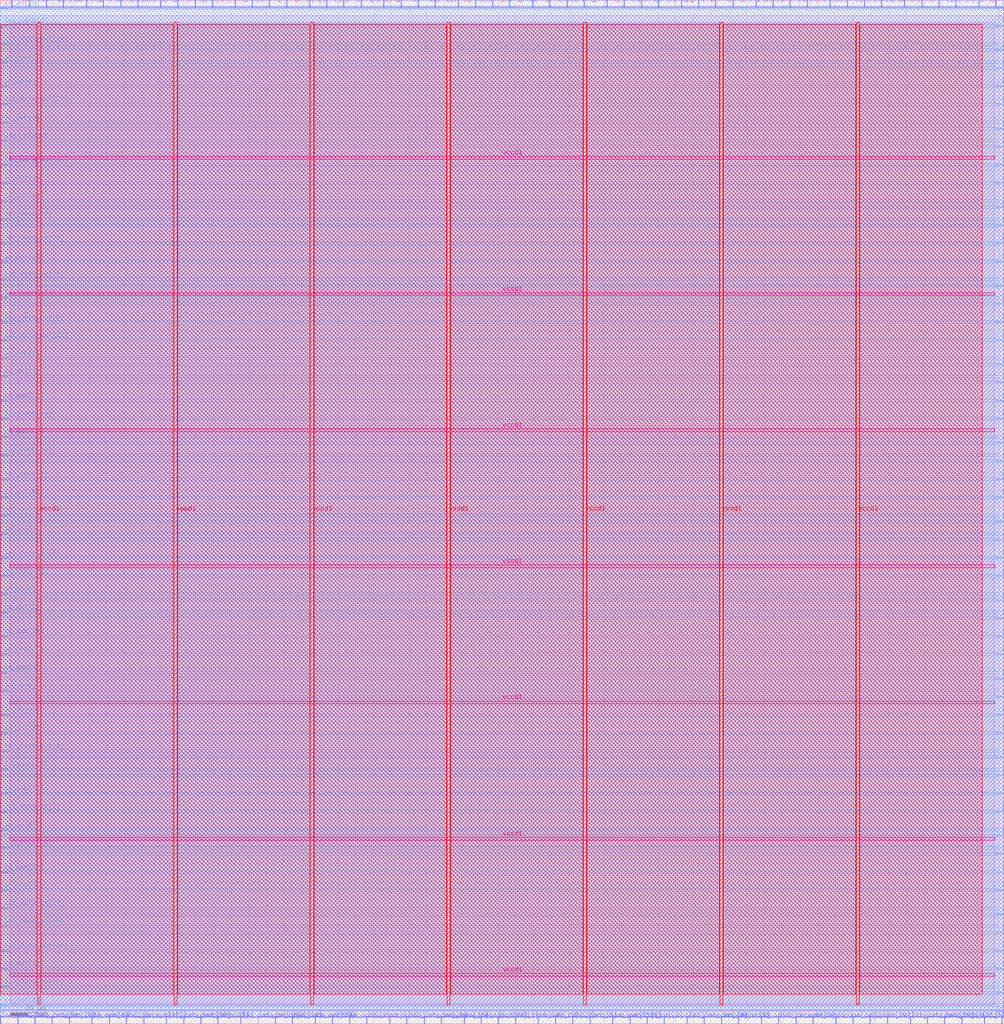
<source format=lef>
VERSION 5.7 ;
  NOWIREEXTENSIONATPIN ON ;
  DIVIDERCHAR "/" ;
  BUSBITCHARS "[]" ;
MACRO wrapped_ibnalhaytham
  CLASS BLOCK ;
  FOREIGN wrapped_ibnalhaytham ;
  ORIGIN 0.000 0.000 ;
  SIZE 565.050 BY 575.770 ;
  PIN active
    DIRECTION INPUT ;
    USE SIGNAL ;
    PORT
      LAYER met2 ;
        RECT 186.850 0.000 187.130 4.000 ;
    END
  END active
  PIN io_in[0]
    DIRECTION INPUT ;
    USE SIGNAL ;
    PORT
      LAYER met3 ;
        RECT 0.000 527.040 4.000 527.640 ;
    END
  END io_in[0]
  PIN io_in[10]
    DIRECTION INPUT ;
    USE SIGNAL ;
    PORT
      LAYER met3 ;
        RECT 0.000 295.840 4.000 296.440 ;
    END
  END io_in[10]
  PIN io_in[11]
    DIRECTION INPUT ;
    USE SIGNAL ;
    PORT
      LAYER met3 ;
        RECT 561.050 251.640 565.050 252.240 ;
    END
  END io_in[11]
  PIN io_in[12]
    DIRECTION INPUT ;
    USE SIGNAL ;
    PORT
      LAYER met3 ;
        RECT 0.000 285.640 4.000 286.240 ;
    END
  END io_in[12]
  PIN io_in[13]
    DIRECTION INPUT ;
    USE SIGNAL ;
    PORT
      LAYER met3 ;
        RECT 561.050 183.640 565.050 184.240 ;
    END
  END io_in[13]
  PIN io_in[14]
    DIRECTION INPUT ;
    USE SIGNAL ;
    PORT
      LAYER met3 ;
        RECT 0.000 363.840 4.000 364.440 ;
    END
  END io_in[14]
  PIN io_in[15]
    DIRECTION INPUT ;
    USE SIGNAL ;
    PORT
      LAYER met2 ;
        RECT 132.110 571.770 132.390 575.770 ;
    END
  END io_in[15]
  PIN io_in[16]
    DIRECTION INPUT ;
    USE SIGNAL ;
    PORT
      LAYER met3 ;
        RECT 561.050 516.840 565.050 517.440 ;
    END
  END io_in[16]
  PIN io_in[17]
    DIRECTION INPUT ;
    USE SIGNAL ;
    PORT
      LAYER met3 ;
        RECT 561.050 61.240 565.050 61.840 ;
    END
  END io_in[17]
  PIN io_in[18]
    DIRECTION INPUT ;
    USE SIGNAL ;
    PORT
      LAYER met2 ;
        RECT 270.570 0.000 270.850 4.000 ;
    END
  END io_in[18]
  PIN io_in[19]
    DIRECTION INPUT ;
    USE SIGNAL ;
    PORT
      LAYER met2 ;
        RECT 428.350 0.000 428.630 4.000 ;
    END
  END io_in[19]
  PIN io_in[1]
    DIRECTION INPUT ;
    USE SIGNAL ;
    PORT
      LAYER met2 ;
        RECT 354.290 0.000 354.570 4.000 ;
    END
  END io_in[1]
  PIN io_in[20]
    DIRECTION INPUT ;
    USE SIGNAL ;
    PORT
      LAYER met2 ;
        RECT 479.870 0.000 480.150 4.000 ;
    END
  END io_in[20]
  PIN io_in[21]
    DIRECTION INPUT ;
    USE SIGNAL ;
    PORT
      LAYER met2 ;
        RECT 541.050 0.000 541.330 4.000 ;
    END
  END io_in[21]
  PIN io_in[22]
    DIRECTION INPUT ;
    USE SIGNAL ;
    PORT
      LAYER met2 ;
        RECT 67.710 571.770 67.990 575.770 ;
    END
  END io_in[22]
  PIN io_in[23]
    DIRECTION INPUT ;
    USE SIGNAL ;
    PORT
      LAYER met2 ;
        RECT 486.310 571.770 486.590 575.770 ;
    END
  END io_in[23]
  PIN io_in[24]
    DIRECTION INPUT ;
    USE SIGNAL ;
    PORT
      LAYER met2 ;
        RECT 99.910 571.770 100.190 575.770 ;
    END
  END io_in[24]
  PIN io_in[25]
    DIRECTION INPUT ;
    USE SIGNAL ;
    PORT
      LAYER met3 ;
        RECT 0.000 571.240 4.000 571.840 ;
    END
  END io_in[25]
  PIN io_in[26]
    DIRECTION INPUT ;
    USE SIGNAL ;
    PORT
      LAYER met3 ;
        RECT 561.050 173.440 565.050 174.040 ;
    END
  END io_in[26]
  PIN io_in[27]
    DIRECTION INPUT ;
    USE SIGNAL ;
    PORT
      LAYER met2 ;
        RECT 425.130 571.770 425.410 575.770 ;
    END
  END io_in[27]
  PIN io_in[28]
    DIRECTION INPUT ;
    USE SIGNAL ;
    PORT
      LAYER met2 ;
        RECT 119.230 571.770 119.510 575.770 ;
    END
  END io_in[28]
  PIN io_in[29]
    DIRECTION INPUT ;
    USE SIGNAL ;
    PORT
      LAYER met2 ;
        RECT 309.210 571.770 309.490 575.770 ;
    END
  END io_in[29]
  PIN io_in[2]
    DIRECTION INPUT ;
    USE SIGNAL ;
    PORT
      LAYER met2 ;
        RECT 415.470 0.000 415.750 4.000 ;
    END
  END io_in[2]
  PIN io_in[30]
    DIRECTION INPUT ;
    USE SIGNAL ;
    PORT
      LAYER met3 ;
        RECT 0.000 163.240 4.000 163.840 ;
    END
  END io_in[30]
  PIN io_in[31]
    DIRECTION INPUT ;
    USE SIGNAL ;
    PORT
      LAYER met3 ;
        RECT 0.000 173.440 4.000 174.040 ;
    END
  END io_in[31]
  PIN io_in[32]
    DIRECTION INPUT ;
    USE SIGNAL ;
    PORT
      LAYER met2 ;
        RECT 154.650 0.000 154.930 4.000 ;
    END
  END io_in[32]
  PIN io_in[33]
    DIRECTION INPUT ;
    USE SIGNAL ;
    PORT
      LAYER met2 ;
        RECT 363.950 0.000 364.230 4.000 ;
    END
  END io_in[33]
  PIN io_in[34]
    DIRECTION INPUT ;
    USE SIGNAL ;
    PORT
      LAYER met2 ;
        RECT 328.530 571.770 328.810 575.770 ;
    END
  END io_in[34]
  PIN io_in[35]
    DIRECTION INPUT ;
    USE SIGNAL ;
    PORT
      LAYER met2 ;
        RECT 109.570 571.770 109.850 575.770 ;
    END
  END io_in[35]
  PIN io_in[36]
    DIRECTION INPUT ;
    USE SIGNAL ;
    PORT
      LAYER met3 ;
        RECT 561.050 493.040 565.050 493.640 ;
    END
  END io_in[36]
  PIN io_in[37]
    DIRECTION INPUT ;
    USE SIGNAL ;
    PORT
      LAYER met3 ;
        RECT 561.050 340.040 565.050 340.640 ;
    END
  END io_in[37]
  PIN io_in[3]
    DIRECTION INPUT ;
    USE SIGNAL ;
    PORT
      LAYER met2 ;
        RECT 495.970 571.770 496.250 575.770 ;
    END
  END io_in[3]
  PIN io_in[4]
    DIRECTION INPUT ;
    USE SIGNAL ;
    PORT
      LAYER met2 ;
        RECT 560.370 571.770 560.650 575.770 ;
    END
  END io_in[4]
  PIN io_in[5]
    DIRECTION INPUT ;
    USE SIGNAL ;
    PORT
      LAYER met3 ;
        RECT 0.000 187.040 4.000 187.640 ;
    END
  END io_in[5]
  PIN io_in[6]
    DIRECTION INPUT ;
    USE SIGNAL ;
    PORT
      LAYER met3 ;
        RECT 0.000 275.440 4.000 276.040 ;
    END
  END io_in[6]
  PIN io_in[7]
    DIRECTION INPUT ;
    USE SIGNAL ;
    PORT
      LAYER met2 ;
        RECT 383.270 571.770 383.550 575.770 ;
    END
  END io_in[7]
  PIN io_in[8]
    DIRECTION INPUT ;
    USE SIGNAL ;
    PORT
      LAYER met3 ;
        RECT 0.000 241.440 4.000 242.040 ;
    END
  END io_in[8]
  PIN io_in[9]
    DIRECTION INPUT ;
    USE SIGNAL ;
    PORT
      LAYER met3 ;
        RECT 0.000 108.840 4.000 109.440 ;
    END
  END io_in[9]
  PIN io_oeb[0]
    DIRECTION INOUT ;
    USE SIGNAL ;
    PORT
      LAYER met2 ;
        RECT 257.690 571.770 257.970 575.770 ;
    END
  END io_oeb[0]
  PIN io_oeb[10]
    DIRECTION INOUT ;
    USE SIGNAL ;
    PORT
      LAYER met2 ;
        RECT 447.670 0.000 447.950 4.000 ;
    END
  END io_oeb[10]
  PIN io_oeb[11]
    DIRECTION INOUT ;
    USE SIGNAL ;
    PORT
      LAYER met2 ;
        RECT 280.230 0.000 280.510 4.000 ;
    END
  END io_oeb[11]
  PIN io_oeb[12]
    DIRECTION INOUT ;
    USE SIGNAL ;
    PORT
      LAYER met3 ;
        RECT 561.050 360.440 565.050 361.040 ;
    END
  END io_oeb[12]
  PIN io_oeb[13]
    DIRECTION INOUT ;
    USE SIGNAL ;
    PORT
      LAYER met2 ;
        RECT 302.770 0.000 303.050 4.000 ;
    END
  END io_oeb[13]
  PIN io_oeb[14]
    DIRECTION INOUT ;
    USE SIGNAL ;
    PORT
      LAYER met3 ;
        RECT 0.000 217.640 4.000 218.240 ;
    END
  END io_oeb[14]
  PIN io_oeb[15]
    DIRECTION INOUT ;
    USE SIGNAL ;
    PORT
      LAYER met2 ;
        RECT 177.190 0.000 177.470 4.000 ;
    END
  END io_oeb[15]
  PIN io_oeb[16]
    DIRECTION INOUT ;
    USE SIGNAL ;
    PORT
      LAYER met2 ;
        RECT 151.430 571.770 151.710 575.770 ;
    END
  END io_oeb[16]
  PIN io_oeb[17]
    DIRECTION INOUT ;
    USE SIGNAL ;
    PORT
      LAYER met3 ;
        RECT 561.050 40.840 565.050 41.440 ;
    END
  END io_oeb[17]
  PIN io_oeb[18]
    DIRECTION INOUT ;
    USE SIGNAL ;
    PORT
      LAYER met2 ;
        RECT 77.370 571.770 77.650 575.770 ;
    END
  END io_oeb[18]
  PIN io_oeb[19]
    DIRECTION INOUT ;
    USE SIGNAL ;
    PORT
      LAYER met3 ;
        RECT 0.000 85.040 4.000 85.640 ;
    END
  END io_oeb[19]
  PIN io_oeb[1]
    DIRECTION INOUT ;
    USE SIGNAL ;
    PORT
      LAYER met3 ;
        RECT 561.050 370.640 565.050 371.240 ;
    END
  END io_oeb[1]
  PIN io_oeb[20]
    DIRECTION INOUT ;
    USE SIGNAL ;
    PORT
      LAYER met2 ;
        RECT 457.330 0.000 457.610 4.000 ;
    END
  END io_oeb[20]
  PIN io_oeb[21]
    DIRECTION INOUT ;
    USE SIGNAL ;
    PORT
      LAYER met3 ;
        RECT 561.050 547.440 565.050 548.040 ;
    END
  END io_oeb[21]
  PIN io_oeb[22]
    DIRECTION INOUT ;
    USE SIGNAL ;
    PORT
      LAYER met3 ;
        RECT 0.000 350.240 4.000 350.840 ;
    END
  END io_oeb[22]
  PIN io_oeb[23]
    DIRECTION INOUT ;
    USE SIGNAL ;
    PORT
      LAYER met2 ;
        RECT 61.270 0.000 61.550 4.000 ;
    END
  END io_oeb[23]
  PIN io_oeb[24]
    DIRECTION INOUT ;
    USE SIGNAL ;
    PORT
      LAYER met2 ;
        RECT 277.010 571.770 277.290 575.770 ;
    END
  END io_oeb[24]
  PIN io_oeb[25]
    DIRECTION INOUT ;
    USE SIGNAL ;
    PORT
      LAYER met3 ;
        RECT 561.050 163.240 565.050 163.840 ;
    END
  END io_oeb[25]
  PIN io_oeb[26]
    DIRECTION INOUT ;
    USE SIGNAL ;
    PORT
      LAYER met2 ;
        RECT 553.930 0.000 554.210 4.000 ;
    END
  END io_oeb[26]
  PIN io_oeb[27]
    DIRECTION INOUT ;
    USE SIGNAL ;
    PORT
      LAYER met3 ;
        RECT 561.050 459.040 565.050 459.640 ;
    END
  END io_oeb[27]
  PIN io_oeb[28]
    DIRECTION INOUT ;
    USE SIGNAL ;
    PORT
      LAYER met3 ;
        RECT 561.050 571.240 565.050 571.840 ;
    END
  END io_oeb[28]
  PIN io_oeb[29]
    DIRECTION INOUT ;
    USE SIGNAL ;
    PORT
      LAYER met2 ;
        RECT 489.530 0.000 489.810 4.000 ;
    END
  END io_oeb[29]
  PIN io_oeb[2]
    DIRECTION INOUT ;
    USE SIGNAL ;
    PORT
      LAYER met3 ;
        RECT 561.050 384.240 565.050 384.840 ;
    END
  END io_oeb[2]
  PIN io_oeb[30]
    DIRECTION INOUT ;
    USE SIGNAL ;
    PORT
      LAYER met3 ;
        RECT 561.050 261.840 565.050 262.440 ;
    END
  END io_oeb[30]
  PIN io_oeb[31]
    DIRECTION INOUT ;
    USE SIGNAL ;
    PORT
      LAYER met2 ;
        RECT 318.870 571.770 319.150 575.770 ;
    END
  END io_oeb[31]
  PIN io_oeb[32]
    DIRECTION INOUT ;
    USE SIGNAL ;
    PORT
      LAYER met3 ;
        RECT 561.050 306.040 565.050 306.640 ;
    END
  END io_oeb[32]
  PIN io_oeb[33]
    DIRECTION INOUT ;
    USE SIGNAL ;
    PORT
      LAYER met3 ;
        RECT 0.000 207.440 4.000 208.040 ;
    END
  END io_oeb[33]
  PIN io_oeb[34]
    DIRECTION INOUT ;
    USE SIGNAL ;
    PORT
      LAYER met2 ;
        RECT 202.950 571.770 203.230 575.770 ;
    END
  END io_oeb[34]
  PIN io_oeb[35]
    DIRECTION INOUT ;
    USE SIGNAL ;
    PORT
      LAYER met2 ;
        RECT 286.670 571.770 286.950 575.770 ;
    END
  END io_oeb[35]
  PIN io_oeb[36]
    DIRECTION INOUT ;
    USE SIGNAL ;
    PORT
      LAYER met3 ;
        RECT 0.000 251.640 4.000 252.240 ;
    END
  END io_oeb[36]
  PIN io_oeb[37]
    DIRECTION INOUT ;
    USE SIGNAL ;
    PORT
      LAYER met3 ;
        RECT 0.000 129.240 4.000 129.840 ;
    END
  END io_oeb[37]
  PIN io_oeb[3]
    DIRECTION INOUT ;
    USE SIGNAL ;
    PORT
      LAYER met3 ;
        RECT 0.000 506.640 4.000 507.240 ;
    END
  END io_oeb[3]
  PIN io_oeb[4]
    DIRECTION INOUT ;
    USE SIGNAL ;
    PORT
      LAYER met3 ;
        RECT 0.000 197.240 4.000 197.840 ;
    END
  END io_oeb[4]
  PIN io_oeb[5]
    DIRECTION INOUT ;
    USE SIGNAL ;
    PORT
      LAYER met3 ;
        RECT 561.050 17.040 565.050 17.640 ;
    END
  END io_oeb[5]
  PIN io_oeb[6]
    DIRECTION INOUT ;
    USE SIGNAL ;
    PORT
      LAYER met3 ;
        RECT 0.000 374.040 4.000 374.640 ;
    END
  END io_oeb[6]
  PIN io_oeb[7]
    DIRECTION INOUT ;
    USE SIGNAL ;
    PORT
      LAYER met3 ;
        RECT 561.050 217.640 565.050 218.240 ;
    END
  END io_oeb[7]
  PIN io_oeb[8]
    DIRECTION INOUT ;
    USE SIGNAL ;
    PORT
      LAYER met2 ;
        RECT 141.770 571.770 142.050 575.770 ;
    END
  END io_oeb[8]
  PIN io_oeb[9]
    DIRECTION INOUT ;
    USE SIGNAL ;
    PORT
      LAYER met2 ;
        RECT 51.610 0.000 51.890 4.000 ;
    END
  END io_oeb[9]
  PIN io_out[0]
    DIRECTION INOUT ;
    USE SIGNAL ;
    PORT
      LAYER met2 ;
        RECT 122.450 0.000 122.730 4.000 ;
    END
  END io_out[0]
  PIN io_out[10]
    DIRECTION INOUT ;
    USE SIGNAL ;
    PORT
      LAYER met2 ;
        RECT 466.990 571.770 467.270 575.770 ;
    END
  END io_out[10]
  PIN io_out[11]
    DIRECTION INOUT ;
    USE SIGNAL ;
    PORT
      LAYER met3 ;
        RECT 561.050 326.440 565.050 327.040 ;
    END
  END io_out[11]
  PIN io_out[12]
    DIRECTION INOUT ;
    USE SIGNAL ;
    PORT
      LAYER met3 ;
        RECT 0.000 30.640 4.000 31.240 ;
    END
  END io_out[12]
  PIN io_out[13]
    DIRECTION INOUT ;
    USE SIGNAL ;
    PORT
      LAYER met3 ;
        RECT 0.000 74.840 4.000 75.440 ;
    END
  END io_out[13]
  PIN io_out[14]
    DIRECTION INOUT ;
    USE SIGNAL ;
    PORT
      LAYER met2 ;
        RECT 470.210 0.000 470.490 4.000 ;
    END
  END io_out[14]
  PIN io_out[15]
    DIRECTION INOUT ;
    USE SIGNAL ;
    PORT
      LAYER met3 ;
        RECT 0.000 428.440 4.000 429.040 ;
    END
  END io_out[15]
  PIN io_out[16]
    DIRECTION INOUT ;
    USE SIGNAL ;
    PORT
      LAYER met3 ;
        RECT 0.000 472.640 4.000 473.240 ;
    END
  END io_out[16]
  PIN io_out[17]
    DIRECTION INOUT ;
    USE SIGNAL ;
    PORT
      LAYER met3 ;
        RECT 561.050 316.240 565.050 316.840 ;
    END
  END io_out[17]
  PIN io_out[18]
    DIRECTION INOUT ;
    USE SIGNAL ;
    PORT
      LAYER met2 ;
        RECT 161.090 571.770 161.370 575.770 ;
    END
  END io_out[18]
  PIN io_out[19]
    DIRECTION INOUT ;
    USE SIGNAL ;
    PORT
      LAYER met3 ;
        RECT 561.050 472.640 565.050 473.240 ;
    END
  END io_out[19]
  PIN io_out[1]
    DIRECTION INOUT ;
    USE SIGNAL ;
    PORT
      LAYER met3 ;
        RECT 561.050 207.440 565.050 208.040 ;
    END
  END io_out[1]
  PIN io_out[20]
    DIRECTION INOUT ;
    USE SIGNAL ;
    PORT
      LAYER met2 ;
        RECT 499.190 0.000 499.470 4.000 ;
    END
  END io_out[20]
  PIN io_out[21]
    DIRECTION INOUT ;
    USE SIGNAL ;
    PORT
      LAYER met2 ;
        RECT 454.110 571.770 454.390 575.770 ;
    END
  END io_out[21]
  PIN io_out[22]
    DIRECTION INOUT ;
    USE SIGNAL ;
    PORT
      LAYER met3 ;
        RECT 0.000 462.440 4.000 463.040 ;
    END
  END io_out[22]
  PIN io_out[23]
    DIRECTION INOUT ;
    USE SIGNAL ;
    PORT
      LAYER met2 ;
        RECT 373.610 0.000 373.890 4.000 ;
    END
  END io_out[23]
  PIN io_out[24]
    DIRECTION INOUT ;
    USE SIGNAL ;
    PORT
      LAYER met3 ;
        RECT 0.000 10.240 4.000 10.840 ;
    END
  END io_out[24]
  PIN io_out[25]
    DIRECTION INOUT ;
    USE SIGNAL ;
    PORT
      LAYER met2 ;
        RECT 312.430 0.000 312.710 4.000 ;
    END
  END io_out[25]
  PIN io_out[26]
    DIRECTION INOUT ;
    USE SIGNAL ;
    PORT
      LAYER met2 ;
        RECT 412.250 571.770 412.530 575.770 ;
    END
  END io_out[26]
  PIN io_out[27]
    DIRECTION INOUT ;
    USE SIGNAL ;
    PORT
      LAYER met2 ;
        RECT 341.410 571.770 341.690 575.770 ;
    END
  END io_out[27]
  PIN io_out[28]
    DIRECTION INOUT ;
    USE SIGNAL ;
    PORT
      LAYER met2 ;
        RECT 434.790 571.770 435.070 575.770 ;
    END
  END io_out[28]
  PIN io_out[29]
    DIRECTION INOUT ;
    USE SIGNAL ;
    PORT
      LAYER met2 ;
        RECT 196.510 0.000 196.790 4.000 ;
    END
  END io_out[29]
  PIN io_out[2]
    DIRECTION INOUT ;
    USE SIGNAL ;
    PORT
      LAYER met3 ;
        RECT 561.050 30.640 565.050 31.240 ;
    END
  END io_out[2]
  PIN io_out[30]
    DIRECTION INOUT ;
    USE SIGNAL ;
    PORT
      LAYER met2 ;
        RECT 80.590 0.000 80.870 4.000 ;
    END
  END io_out[30]
  PIN io_out[31]
    DIRECTION INOUT ;
    USE SIGNAL ;
    PORT
      LAYER met3 ;
        RECT 0.000 329.840 4.000 330.440 ;
    END
  END io_out[31]
  PIN io_out[32]
    DIRECTION INOUT ;
    USE SIGNAL ;
    PORT
      LAYER met2 ;
        RECT 518.510 571.770 518.790 575.770 ;
    END
  END io_out[32]
  PIN io_out[33]
    DIRECTION INOUT ;
    USE SIGNAL ;
    PORT
      LAYER met3 ;
        RECT 0.000 540.640 4.000 541.240 ;
    END
  END io_out[33]
  PIN io_out[34]
    DIRECTION INOUT ;
    USE SIGNAL ;
    PORT
      LAYER met3 ;
        RECT 561.050 85.040 565.050 85.640 ;
    END
  END io_out[34]
  PIN io_out[35]
    DIRECTION INOUT ;
    USE SIGNAL ;
    PORT
      LAYER met3 ;
        RECT 561.050 482.840 565.050 483.440 ;
    END
  END io_out[35]
  PIN io_out[36]
    DIRECTION INOUT ;
    USE SIGNAL ;
    PORT
      LAYER met3 ;
        RECT 561.050 448.840 565.050 449.440 ;
    END
  END io_out[36]
  PIN io_out[37]
    DIRECTION INOUT ;
    USE SIGNAL ;
    PORT
      LAYER met2 ;
        RECT 173.970 571.770 174.250 575.770 ;
    END
  END io_out[37]
  PIN io_out[3]
    DIRECTION INOUT ;
    USE SIGNAL ;
    PORT
      LAYER met3 ;
        RECT 561.050 527.040 565.050 527.640 ;
    END
  END io_out[3]
  PIN io_out[4]
    DIRECTION INOUT ;
    USE SIGNAL ;
    PORT
      LAYER met2 ;
        RECT 370.390 571.770 370.670 575.770 ;
    END
  END io_out[4]
  PIN io_out[5]
    DIRECTION INOUT ;
    USE SIGNAL ;
    PORT
      LAYER met3 ;
        RECT 561.050 350.240 565.050 350.840 ;
    END
  END io_out[5]
  PIN io_out[6]
    DIRECTION INOUT ;
    USE SIGNAL ;
    PORT
      LAYER met3 ;
        RECT 561.050 438.640 565.050 439.240 ;
    END
  END io_out[6]
  PIN io_out[7]
    DIRECTION INOUT ;
    USE SIGNAL ;
    PORT
      LAYER met2 ;
        RECT 537.830 571.770 538.110 575.770 ;
    END
  END io_out[7]
  PIN io_out[8]
    DIRECTION INOUT ;
    USE SIGNAL ;
    PORT
      LAYER met3 ;
        RECT 0.000 231.240 4.000 231.840 ;
    END
  END io_out[8]
  PIN io_out[9]
    DIRECTION INOUT ;
    USE SIGNAL ;
    PORT
      LAYER met2 ;
        RECT 219.050 0.000 219.330 4.000 ;
    END
  END io_out[9]
  PIN la1_data_in[0]
    DIRECTION INPUT ;
    USE SIGNAL ;
    PORT
      LAYER met3 ;
        RECT 561.050 119.040 565.050 119.640 ;
    END
  END la1_data_in[0]
  PIN la1_data_in[10]
    DIRECTION INPUT ;
    USE SIGNAL ;
    PORT
      LAYER met3 ;
        RECT 561.050 95.240 565.050 95.840 ;
    END
  END la1_data_in[10]
  PIN la1_data_in[11]
    DIRECTION INPUT ;
    USE SIGNAL ;
    PORT
      LAYER met2 ;
        RECT 248.030 0.000 248.310 4.000 ;
    END
  END la1_data_in[11]
  PIN la1_data_in[12]
    DIRECTION INPUT ;
    USE SIGNAL ;
    PORT
      LAYER met2 ;
        RECT 16.190 571.770 16.470 575.770 ;
    END
  END la1_data_in[12]
  PIN la1_data_in[13]
    DIRECTION INPUT ;
    USE SIGNAL ;
    PORT
      LAYER met2 ;
        RECT 531.390 0.000 531.670 4.000 ;
    END
  END la1_data_in[13]
  PIN la1_data_in[14]
    DIRECTION INPUT ;
    USE SIGNAL ;
    PORT
      LAYER met2 ;
        RECT 386.490 0.000 386.770 4.000 ;
    END
  END la1_data_in[14]
  PIN la1_data_in[15]
    DIRECTION INPUT ;
    USE SIGNAL ;
    PORT
      LAYER met3 ;
        RECT 0.000 54.440 4.000 55.040 ;
    END
  END la1_data_in[15]
  PIN la1_data_in[16]
    DIRECTION INPUT ;
    USE SIGNAL ;
    PORT
      LAYER met2 ;
        RECT 183.630 571.770 183.910 575.770 ;
    END
  END la1_data_in[16]
  PIN la1_data_in[17]
    DIRECTION INPUT ;
    USE SIGNAL ;
    PORT
      LAYER met3 ;
        RECT 0.000 64.640 4.000 65.240 ;
    END
  END la1_data_in[17]
  PIN la1_data_in[18]
    DIRECTION INPUT ;
    USE SIGNAL ;
    PORT
      LAYER met2 ;
        RECT 267.350 571.770 267.630 575.770 ;
    END
  END la1_data_in[18]
  PIN la1_data_in[19]
    DIRECTION INPUT ;
    USE SIGNAL ;
    PORT
      LAYER met3 ;
        RECT 0.000 20.440 4.000 21.040 ;
    END
  END la1_data_in[19]
  PIN la1_data_in[1]
    DIRECTION INPUT ;
    USE SIGNAL ;
    PORT
      LAYER met2 ;
        RECT 193.290 571.770 193.570 575.770 ;
    END
  END la1_data_in[1]
  PIN la1_data_in[20]
    DIRECTION INPUT ;
    USE SIGNAL ;
    PORT
      LAYER met2 ;
        RECT 228.710 0.000 228.990 4.000 ;
    END
  END la1_data_in[20]
  PIN la1_data_in[21]
    DIRECTION INPUT ;
    USE SIGNAL ;
    PORT
      LAYER met3 ;
        RECT 0.000 418.240 4.000 418.840 ;
    END
  END la1_data_in[21]
  PIN la1_data_in[22]
    DIRECTION INPUT ;
    USE SIGNAL ;
    PORT
      LAYER met2 ;
        RECT 550.710 571.770 550.990 575.770 ;
    END
  END la1_data_in[22]
  PIN la1_data_in[23]
    DIRECTION INPUT ;
    USE SIGNAL ;
    PORT
      LAYER met3 ;
        RECT 561.050 105.440 565.050 106.040 ;
    END
  END la1_data_in[23]
  PIN la1_data_in[24]
    DIRECTION INPUT ;
    USE SIGNAL ;
    PORT
      LAYER met3 ;
        RECT 561.050 282.240 565.050 282.840 ;
    END
  END la1_data_in[24]
  PIN la1_data_in[25]
    DIRECTION INPUT ;
    USE SIGNAL ;
    PORT
      LAYER met2 ;
        RECT 164.310 0.000 164.590 4.000 ;
    END
  END la1_data_in[25]
  PIN la1_data_in[26]
    DIRECTION INPUT ;
    USE SIGNAL ;
    PORT
      LAYER met3 ;
        RECT 0.000 438.640 4.000 439.240 ;
    END
  END la1_data_in[26]
  PIN la1_data_in[27]
    DIRECTION INPUT ;
    USE SIGNAL ;
    PORT
      LAYER met3 ;
        RECT 561.050 51.040 565.050 51.640 ;
    END
  END la1_data_in[27]
  PIN la1_data_in[28]
    DIRECTION INPUT ;
    USE SIGNAL ;
    PORT
      LAYER met2 ;
        RECT 6.530 571.770 6.810 575.770 ;
    END
  END la1_data_in[28]
  PIN la1_data_in[29]
    DIRECTION INPUT ;
    USE SIGNAL ;
    PORT
      LAYER met2 ;
        RECT 48.390 571.770 48.670 575.770 ;
    END
  END la1_data_in[29]
  PIN la1_data_in[2]
    DIRECTION INPUT ;
    USE SIGNAL ;
    PORT
      LAYER met3 ;
        RECT 0.000 119.040 4.000 119.640 ;
    END
  END la1_data_in[2]
  PIN la1_data_in[30]
    DIRECTION INPUT ;
    USE SIGNAL ;
    PORT
      LAYER met2 ;
        RECT 135.330 0.000 135.610 4.000 ;
    END
  END la1_data_in[30]
  PIN la1_data_in[31]
    DIRECTION INPUT ;
    USE SIGNAL ;
    PORT
      LAYER met2 ;
        RECT 19.410 0.000 19.690 4.000 ;
    END
  END la1_data_in[31]
  PIN la1_data_in[3]
    DIRECTION INPUT ;
    USE SIGNAL ;
    PORT
      LAYER met2 ;
        RECT 438.010 0.000 438.290 4.000 ;
    END
  END la1_data_in[3]
  PIN la1_data_in[4]
    DIRECTION INPUT ;
    USE SIGNAL ;
    PORT
      LAYER met2 ;
        RECT 563.590 0.000 563.870 4.000 ;
    END
  END la1_data_in[4]
  PIN la1_data_in[5]
    DIRECTION INPUT ;
    USE SIGNAL ;
    PORT
      LAYER met2 ;
        RECT 476.650 571.770 476.930 575.770 ;
    END
  END la1_data_in[5]
  PIN la1_data_in[6]
    DIRECTION INPUT ;
    USE SIGNAL ;
    PORT
      LAYER met2 ;
        RECT 25.850 571.770 26.130 575.770 ;
    END
  END la1_data_in[6]
  PIN la1_data_in[7]
    DIRECTION INPUT ;
    USE SIGNAL ;
    PORT
      LAYER met2 ;
        RECT 215.830 571.770 216.110 575.770 ;
    END
  END la1_data_in[7]
  PIN la1_data_in[8]
    DIRECTION INPUT ;
    USE SIGNAL ;
    PORT
      LAYER met3 ;
        RECT 0.000 261.840 4.000 262.440 ;
    END
  END la1_data_in[8]
  PIN la1_data_in[9]
    DIRECTION INPUT ;
    USE SIGNAL ;
    PORT
      LAYER met2 ;
        RECT 225.490 571.770 225.770 575.770 ;
    END
  END la1_data_in[9]
  PIN la1_data_out[0]
    DIRECTION INOUT ;
    USE SIGNAL ;
    PORT
      LAYER met3 ;
        RECT 0.000 394.440 4.000 395.040 ;
    END
  END la1_data_out[0]
  PIN la1_data_out[10]
    DIRECTION INOUT ;
    USE SIGNAL ;
    PORT
      LAYER met2 ;
        RECT 93.470 0.000 93.750 4.000 ;
    END
  END la1_data_out[10]
  PIN la1_data_out[11]
    DIRECTION INOUT ;
    USE SIGNAL ;
    PORT
      LAYER met3 ;
        RECT 561.050 139.440 565.050 140.040 ;
    END
  END la1_data_out[11]
  PIN la1_data_out[12]
    DIRECTION INOUT ;
    USE SIGNAL ;
    PORT
      LAYER met2 ;
        RECT 260.910 0.000 261.190 4.000 ;
    END
  END la1_data_out[12]
  PIN la1_data_out[13]
    DIRECTION INOUT ;
    USE SIGNAL ;
    PORT
      LAYER met3 ;
        RECT 561.050 537.240 565.050 537.840 ;
    END
  END la1_data_out[13]
  PIN la1_data_out[14]
    DIRECTION INOUT ;
    USE SIGNAL ;
    PORT
      LAYER met3 ;
        RECT 561.050 414.840 565.050 415.440 ;
    END
  END la1_data_out[14]
  PIN la1_data_out[15]
    DIRECTION INOUT ;
    USE SIGNAL ;
    PORT
      LAYER met2 ;
        RECT 299.550 571.770 299.830 575.770 ;
    END
  END la1_data_out[15]
  PIN la1_data_out[16]
    DIRECTION INOUT ;
    USE SIGNAL ;
    PORT
      LAYER met3 ;
        RECT 0.000 482.840 4.000 483.440 ;
    END
  END la1_data_out[16]
  PIN la1_data_out[17]
    DIRECTION INOUT ;
    USE SIGNAL ;
    PORT
      LAYER met3 ;
        RECT 561.050 193.840 565.050 194.440 ;
    END
  END la1_data_out[17]
  PIN la1_data_out[18]
    DIRECTION INOUT ;
    USE SIGNAL ;
    PORT
      LAYER met3 ;
        RECT 0.000 384.240 4.000 384.840 ;
    END
  END la1_data_out[18]
  PIN la1_data_out[19]
    DIRECTION INOUT ;
    USE SIGNAL ;
    PORT
      LAYER met2 ;
        RECT 58.050 571.770 58.330 575.770 ;
    END
  END la1_data_out[19]
  PIN la1_data_out[1]
    DIRECTION INOUT ;
    USE SIGNAL ;
    PORT
      LAYER met3 ;
        RECT 561.050 295.840 565.050 296.440 ;
    END
  END la1_data_out[1]
  PIN la1_data_out[20]
    DIRECTION INOUT ;
    USE SIGNAL ;
    PORT
      LAYER met3 ;
        RECT 0.000 516.840 4.000 517.440 ;
    END
  END la1_data_out[20]
  PIN la1_data_out[21]
    DIRECTION INOUT ;
    USE SIGNAL ;
    PORT
      LAYER met2 ;
        RECT 331.750 0.000 332.030 4.000 ;
    END
  END la1_data_out[21]
  PIN la1_data_out[22]
    DIRECTION INOUT ;
    USE SIGNAL ;
    PORT
      LAYER met3 ;
        RECT 561.050 503.240 565.050 503.840 ;
    END
  END la1_data_out[22]
  PIN la1_data_out[23]
    DIRECTION INOUT ;
    USE SIGNAL ;
    PORT
      LAYER met2 ;
        RECT 351.070 571.770 351.350 575.770 ;
    END
  END la1_data_out[23]
  PIN la1_data_out[24]
    DIRECTION INOUT ;
    USE SIGNAL ;
    PORT
      LAYER met2 ;
        RECT 144.990 0.000 145.270 4.000 ;
    END
  END la1_data_out[24]
  PIN la1_data_out[25]
    DIRECTION INOUT ;
    USE SIGNAL ;
    PORT
      LAYER met3 ;
        RECT 561.050 227.840 565.050 228.440 ;
    END
  END la1_data_out[25]
  PIN la1_data_out[26]
    DIRECTION INOUT ;
    USE SIGNAL ;
    PORT
      LAYER met3 ;
        RECT 0.000 40.840 4.000 41.440 ;
    END
  END la1_data_out[26]
  PIN la1_data_out[27]
    DIRECTION INOUT ;
    USE SIGNAL ;
    PORT
      LAYER met3 ;
        RECT 561.050 74.840 565.050 75.440 ;
    END
  END la1_data_out[27]
  PIN la1_data_out[28]
    DIRECTION INOUT ;
    USE SIGNAL ;
    PORT
      LAYER met3 ;
        RECT 0.000 550.840 4.000 551.440 ;
    END
  END la1_data_out[28]
  PIN la1_data_out[29]
    DIRECTION INOUT ;
    USE SIGNAL ;
    PORT
      LAYER met2 ;
        RECT 512.070 0.000 512.350 4.000 ;
    END
  END la1_data_out[29]
  PIN la1_data_out[2]
    DIRECTION INOUT ;
    USE SIGNAL ;
    PORT
      LAYER met2 ;
        RECT 70.930 0.000 71.210 4.000 ;
    END
  END la1_data_out[2]
  PIN la1_data_out[30]
    DIRECTION INOUT ;
    USE SIGNAL ;
    PORT
      LAYER met2 ;
        RECT 238.370 0.000 238.650 4.000 ;
    END
  END la1_data_out[30]
  PIN la1_data_out[31]
    DIRECTION INOUT ;
    USE SIGNAL ;
    PORT
      LAYER met3 ;
        RECT 561.050 149.640 565.050 150.240 ;
    END
  END la1_data_out[31]
  PIN la1_data_out[3]
    DIRECTION INOUT ;
    USE SIGNAL ;
    PORT
      LAYER met3 ;
        RECT 561.050 561.040 565.050 561.640 ;
    END
  END la1_data_out[3]
  PIN la1_data_out[4]
    DIRECTION INOUT ;
    USE SIGNAL ;
    PORT
      LAYER met3 ;
        RECT 0.000 153.040 4.000 153.640 ;
    END
  END la1_data_out[4]
  PIN la1_data_out[5]
    DIRECTION INOUT ;
    USE SIGNAL ;
    PORT
      LAYER met2 ;
        RECT 521.730 0.000 522.010 4.000 ;
    END
  END la1_data_out[5]
  PIN la1_data_out[6]
    DIRECTION INOUT ;
    USE SIGNAL ;
    PORT
      LAYER met2 ;
        RECT 38.730 0.000 39.010 4.000 ;
    END
  END la1_data_out[6]
  PIN la1_data_out[7]
    DIRECTION INOUT ;
    USE SIGNAL ;
    PORT
      LAYER met3 ;
        RECT 561.050 238.040 565.050 238.640 ;
    END
  END la1_data_out[7]
  PIN la1_data_out[8]
    DIRECTION INOUT ;
    USE SIGNAL ;
    PORT
      LAYER met2 ;
        RECT 9.750 0.000 10.030 4.000 ;
    END
  END la1_data_out[8]
  PIN la1_data_out[9]
    DIRECTION INOUT ;
    USE SIGNAL ;
    PORT
      LAYER met3 ;
        RECT 561.050 428.440 565.050 429.040 ;
    END
  END la1_data_out[9]
  PIN la1_oenb[0]
    DIRECTION INPUT ;
    USE SIGNAL ;
    PORT
      LAYER met2 ;
        RECT 528.170 571.770 528.450 575.770 ;
    END
  END la1_oenb[0]
  PIN la1_oenb[10]
    DIRECTION INPUT ;
    USE SIGNAL ;
    PORT
      LAYER met3 ;
        RECT 561.050 6.840 565.050 7.440 ;
    END
  END la1_oenb[10]
  PIN la1_oenb[11]
    DIRECTION INPUT ;
    USE SIGNAL ;
    PORT
      LAYER met2 ;
        RECT 508.850 571.770 509.130 575.770 ;
    END
  END la1_oenb[11]
  PIN la1_oenb[12]
    DIRECTION INPUT ;
    USE SIGNAL ;
    PORT
      LAYER met3 ;
        RECT 0.000 319.640 4.000 320.240 ;
    END
  END la1_oenb[12]
  PIN la1_oenb[13]
    DIRECTION INPUT ;
    USE SIGNAL ;
    PORT
      LAYER met3 ;
        RECT 0.000 340.040 4.000 340.640 ;
    END
  END la1_oenb[13]
  PIN la1_oenb[14]
    DIRECTION INPUT ;
    USE SIGNAL ;
    PORT
      LAYER met2 ;
        RECT 344.630 0.000 344.910 4.000 ;
    END
  END la1_oenb[14]
  PIN la1_oenb[15]
    DIRECTION INPUT ;
    USE SIGNAL ;
    PORT
      LAYER met2 ;
        RECT 0.090 0.000 0.370 4.000 ;
    END
  END la1_oenb[15]
  PIN la1_oenb[16]
    DIRECTION INPUT ;
    USE SIGNAL ;
    PORT
      LAYER met2 ;
        RECT 405.810 0.000 406.090 4.000 ;
    END
  END la1_oenb[16]
  PIN la1_oenb[17]
    DIRECTION INPUT ;
    USE SIGNAL ;
    PORT
      LAYER met3 ;
        RECT 0.000 408.040 4.000 408.640 ;
    END
  END la1_oenb[17]
  PIN la1_oenb[18]
    DIRECTION INPUT ;
    USE SIGNAL ;
    PORT
      LAYER met2 ;
        RECT 35.510 571.770 35.790 575.770 ;
    END
  END la1_oenb[18]
  PIN la1_oenb[19]
    DIRECTION INPUT ;
    USE SIGNAL ;
    PORT
      LAYER met2 ;
        RECT 244.810 571.770 245.090 575.770 ;
    END
  END la1_oenb[19]
  PIN la1_oenb[1]
    DIRECTION INPUT ;
    USE SIGNAL ;
    PORT
      LAYER met3 ;
        RECT 0.000 306.040 4.000 306.640 ;
    END
  END la1_oenb[1]
  PIN la1_oenb[20]
    DIRECTION INPUT ;
    USE SIGNAL ;
    PORT
      LAYER met2 ;
        RECT 103.130 0.000 103.410 4.000 ;
    END
  END la1_oenb[20]
  PIN la1_oenb[21]
    DIRECTION INPUT ;
    USE SIGNAL ;
    PORT
      LAYER met2 ;
        RECT 29.070 0.000 29.350 4.000 ;
    END
  END la1_oenb[21]
  PIN la1_oenb[22]
    DIRECTION INPUT ;
    USE SIGNAL ;
    PORT
      LAYER met2 ;
        RECT 360.730 571.770 361.010 575.770 ;
    END
  END la1_oenb[22]
  PIN la1_oenb[23]
    DIRECTION INPUT ;
    USE SIGNAL ;
    PORT
      LAYER met2 ;
        RECT 235.150 571.770 235.430 575.770 ;
    END
  END la1_oenb[23]
  PIN la1_oenb[24]
    DIRECTION INPUT ;
    USE SIGNAL ;
    PORT
      LAYER met2 ;
        RECT 289.890 0.000 290.170 4.000 ;
    END
  END la1_oenb[24]
  PIN la1_oenb[25]
    DIRECTION INPUT ;
    USE SIGNAL ;
    PORT
      LAYER met2 ;
        RECT 444.450 571.770 444.730 575.770 ;
    END
  END la1_oenb[25]
  PIN la1_oenb[26]
    DIRECTION INPUT ;
    USE SIGNAL ;
    PORT
      LAYER met3 ;
        RECT 561.050 129.240 565.050 129.840 ;
    END
  END la1_oenb[26]
  PIN la1_oenb[27]
    DIRECTION INPUT ;
    USE SIGNAL ;
    PORT
      LAYER met3 ;
        RECT 0.000 452.240 4.000 452.840 ;
    END
  END la1_oenb[27]
  PIN la1_oenb[28]
    DIRECTION INPUT ;
    USE SIGNAL ;
    PORT
      LAYER met3 ;
        RECT 561.050 404.640 565.050 405.240 ;
    END
  END la1_oenb[28]
  PIN la1_oenb[29]
    DIRECTION INPUT ;
    USE SIGNAL ;
    PORT
      LAYER met2 ;
        RECT 112.790 0.000 113.070 4.000 ;
    END
  END la1_oenb[29]
  PIN la1_oenb[2]
    DIRECTION INPUT ;
    USE SIGNAL ;
    PORT
      LAYER met2 ;
        RECT 206.170 0.000 206.450 4.000 ;
    END
  END la1_oenb[2]
  PIN la1_oenb[30]
    DIRECTION INPUT ;
    USE SIGNAL ;
    PORT
      LAYER met3 ;
        RECT 0.000 98.640 4.000 99.240 ;
    END
  END la1_oenb[30]
  PIN la1_oenb[31]
    DIRECTION INPUT ;
    USE SIGNAL ;
    PORT
      LAYER met3 ;
        RECT 561.050 394.440 565.050 395.040 ;
    END
  END la1_oenb[31]
  PIN la1_oenb[3]
    DIRECTION INPUT ;
    USE SIGNAL ;
    PORT
      LAYER met2 ;
        RECT 322.090 0.000 322.370 4.000 ;
    END
  END la1_oenb[3]
  PIN la1_oenb[4]
    DIRECTION INPUT ;
    USE SIGNAL ;
    PORT
      LAYER met2 ;
        RECT 402.590 571.770 402.870 575.770 ;
    END
  END la1_oenb[4]
  PIN la1_oenb[5]
    DIRECTION INPUT ;
    USE SIGNAL ;
    PORT
      LAYER met2 ;
        RECT 392.930 571.770 393.210 575.770 ;
    END
  END la1_oenb[5]
  PIN la1_oenb[6]
    DIRECTION INPUT ;
    USE SIGNAL ;
    PORT
      LAYER met3 ;
        RECT 0.000 561.040 4.000 561.640 ;
    END
  END la1_oenb[6]
  PIN la1_oenb[7]
    DIRECTION INPUT ;
    USE SIGNAL ;
    PORT
      LAYER met2 ;
        RECT 90.250 571.770 90.530 575.770 ;
    END
  END la1_oenb[7]
  PIN la1_oenb[8]
    DIRECTION INPUT ;
    USE SIGNAL ;
    PORT
      LAYER met2 ;
        RECT 396.150 0.000 396.430 4.000 ;
    END
  END la1_oenb[8]
  PIN la1_oenb[9]
    DIRECTION INPUT ;
    USE SIGNAL ;
    PORT
      LAYER met3 ;
        RECT 0.000 142.840 4.000 143.440 ;
    END
  END la1_oenb[9]
  PIN user_clock2
    DIRECTION INPUT ;
    USE SIGNAL ;
    PORT
      LAYER met3 ;
        RECT 0.000 496.440 4.000 497.040 ;
    END
  END user_clock2
  PIN vccd1
    DIRECTION INOUT ;
    USE POWER ;
    PORT
      LAYER met4 ;
        RECT 21.040 10.640 22.640 563.280 ;
    END
    PORT
      LAYER met4 ;
        RECT 174.640 10.640 176.240 563.280 ;
    END
    PORT
      LAYER met4 ;
        RECT 328.240 10.640 329.840 563.280 ;
    END
    PORT
      LAYER met4 ;
        RECT 481.840 10.640 483.440 563.280 ;
    END
    PORT
      LAYER met5 ;
        RECT 5.280 26.730 559.600 28.330 ;
    END
    PORT
      LAYER met5 ;
        RECT 5.280 179.910 559.600 181.510 ;
    END
    PORT
      LAYER met5 ;
        RECT 5.280 333.090 559.600 334.690 ;
    END
    PORT
      LAYER met5 ;
        RECT 5.280 486.270 559.600 487.870 ;
    END
  END vccd1
  PIN vssd1
    DIRECTION INOUT ;
    USE GROUND ;
    PORT
      LAYER met4 ;
        RECT 97.840 10.640 99.440 563.280 ;
    END
    PORT
      LAYER met4 ;
        RECT 251.440 10.640 253.040 563.280 ;
    END
    PORT
      LAYER met4 ;
        RECT 405.040 10.640 406.640 563.280 ;
    END
    PORT
      LAYER met5 ;
        RECT 5.280 103.320 559.600 104.920 ;
    END
    PORT
      LAYER met5 ;
        RECT 5.280 256.500 559.600 258.100 ;
    END
    PORT
      LAYER met5 ;
        RECT 5.280 409.680 559.600 411.280 ;
    END
  END vssd1
  PIN wb_clk_i
    DIRECTION INPUT ;
    USE SIGNAL ;
    PORT
      LAYER met3 ;
        RECT 561.050 272.040 565.050 272.640 ;
    END
  END wb_clk_i
  OBS
      LAYER li1 ;
        RECT 5.520 10.795 559.360 563.125 ;
      LAYER met1 ;
        RECT 0.070 7.520 564.810 567.080 ;
      LAYER met2 ;
        RECT 0.090 571.490 6.250 572.290 ;
        RECT 7.090 571.490 15.910 572.290 ;
        RECT 16.750 571.490 25.570 572.290 ;
        RECT 26.410 571.490 35.230 572.290 ;
        RECT 36.070 571.490 48.110 572.290 ;
        RECT 48.950 571.490 57.770 572.290 ;
        RECT 58.610 571.490 67.430 572.290 ;
        RECT 68.270 571.490 77.090 572.290 ;
        RECT 77.930 571.490 89.970 572.290 ;
        RECT 90.810 571.490 99.630 572.290 ;
        RECT 100.470 571.490 109.290 572.290 ;
        RECT 110.130 571.490 118.950 572.290 ;
        RECT 119.790 571.490 131.830 572.290 ;
        RECT 132.670 571.490 141.490 572.290 ;
        RECT 142.330 571.490 151.150 572.290 ;
        RECT 151.990 571.490 160.810 572.290 ;
        RECT 161.650 571.490 173.690 572.290 ;
        RECT 174.530 571.490 183.350 572.290 ;
        RECT 184.190 571.490 193.010 572.290 ;
        RECT 193.850 571.490 202.670 572.290 ;
        RECT 203.510 571.490 215.550 572.290 ;
        RECT 216.390 571.490 225.210 572.290 ;
        RECT 226.050 571.490 234.870 572.290 ;
        RECT 235.710 571.490 244.530 572.290 ;
        RECT 245.370 571.490 257.410 572.290 ;
        RECT 258.250 571.490 267.070 572.290 ;
        RECT 267.910 571.490 276.730 572.290 ;
        RECT 277.570 571.490 286.390 572.290 ;
        RECT 287.230 571.490 299.270 572.290 ;
        RECT 300.110 571.490 308.930 572.290 ;
        RECT 309.770 571.490 318.590 572.290 ;
        RECT 319.430 571.490 328.250 572.290 ;
        RECT 329.090 571.490 341.130 572.290 ;
        RECT 341.970 571.490 350.790 572.290 ;
        RECT 351.630 571.490 360.450 572.290 ;
        RECT 361.290 571.490 370.110 572.290 ;
        RECT 370.950 571.490 382.990 572.290 ;
        RECT 383.830 571.490 392.650 572.290 ;
        RECT 393.490 571.490 402.310 572.290 ;
        RECT 403.150 571.490 411.970 572.290 ;
        RECT 412.810 571.490 424.850 572.290 ;
        RECT 425.690 571.490 434.510 572.290 ;
        RECT 435.350 571.490 444.170 572.290 ;
        RECT 445.010 571.490 453.830 572.290 ;
        RECT 454.670 571.490 466.710 572.290 ;
        RECT 467.550 571.490 476.370 572.290 ;
        RECT 477.210 571.490 486.030 572.290 ;
        RECT 486.870 571.490 495.690 572.290 ;
        RECT 496.530 571.490 508.570 572.290 ;
        RECT 509.410 571.490 518.230 572.290 ;
        RECT 519.070 571.490 527.890 572.290 ;
        RECT 528.730 571.490 537.550 572.290 ;
        RECT 538.390 571.490 550.430 572.290 ;
        RECT 551.270 571.490 560.090 572.290 ;
        RECT 560.930 571.490 564.780 572.290 ;
        RECT 0.090 4.280 564.780 571.490 ;
        RECT 0.650 3.670 9.470 4.280 ;
        RECT 10.310 3.670 19.130 4.280 ;
        RECT 19.970 3.670 28.790 4.280 ;
        RECT 29.630 3.670 38.450 4.280 ;
        RECT 39.290 3.670 51.330 4.280 ;
        RECT 52.170 3.670 60.990 4.280 ;
        RECT 61.830 3.670 70.650 4.280 ;
        RECT 71.490 3.670 80.310 4.280 ;
        RECT 81.150 3.670 93.190 4.280 ;
        RECT 94.030 3.670 102.850 4.280 ;
        RECT 103.690 3.670 112.510 4.280 ;
        RECT 113.350 3.670 122.170 4.280 ;
        RECT 123.010 3.670 135.050 4.280 ;
        RECT 135.890 3.670 144.710 4.280 ;
        RECT 145.550 3.670 154.370 4.280 ;
        RECT 155.210 3.670 164.030 4.280 ;
        RECT 164.870 3.670 176.910 4.280 ;
        RECT 177.750 3.670 186.570 4.280 ;
        RECT 187.410 3.670 196.230 4.280 ;
        RECT 197.070 3.670 205.890 4.280 ;
        RECT 206.730 3.670 218.770 4.280 ;
        RECT 219.610 3.670 228.430 4.280 ;
        RECT 229.270 3.670 238.090 4.280 ;
        RECT 238.930 3.670 247.750 4.280 ;
        RECT 248.590 3.670 260.630 4.280 ;
        RECT 261.470 3.670 270.290 4.280 ;
        RECT 271.130 3.670 279.950 4.280 ;
        RECT 280.790 3.670 289.610 4.280 ;
        RECT 290.450 3.670 302.490 4.280 ;
        RECT 303.330 3.670 312.150 4.280 ;
        RECT 312.990 3.670 321.810 4.280 ;
        RECT 322.650 3.670 331.470 4.280 ;
        RECT 332.310 3.670 344.350 4.280 ;
        RECT 345.190 3.670 354.010 4.280 ;
        RECT 354.850 3.670 363.670 4.280 ;
        RECT 364.510 3.670 373.330 4.280 ;
        RECT 374.170 3.670 386.210 4.280 ;
        RECT 387.050 3.670 395.870 4.280 ;
        RECT 396.710 3.670 405.530 4.280 ;
        RECT 406.370 3.670 415.190 4.280 ;
        RECT 416.030 3.670 428.070 4.280 ;
        RECT 428.910 3.670 437.730 4.280 ;
        RECT 438.570 3.670 447.390 4.280 ;
        RECT 448.230 3.670 457.050 4.280 ;
        RECT 457.890 3.670 469.930 4.280 ;
        RECT 470.770 3.670 479.590 4.280 ;
        RECT 480.430 3.670 489.250 4.280 ;
        RECT 490.090 3.670 498.910 4.280 ;
        RECT 499.750 3.670 511.790 4.280 ;
        RECT 512.630 3.670 521.450 4.280 ;
        RECT 522.290 3.670 531.110 4.280 ;
        RECT 531.950 3.670 540.770 4.280 ;
        RECT 541.610 3.670 553.650 4.280 ;
        RECT 554.490 3.670 563.310 4.280 ;
        RECT 564.150 3.670 564.780 4.280 ;
      LAYER met3 ;
        RECT 4.400 570.840 560.650 571.705 ;
        RECT 0.065 562.040 562.055 570.840 ;
        RECT 4.400 560.640 560.650 562.040 ;
        RECT 0.065 551.840 562.055 560.640 ;
        RECT 4.400 550.440 562.055 551.840 ;
        RECT 0.065 548.440 562.055 550.440 ;
        RECT 0.065 547.040 560.650 548.440 ;
        RECT 0.065 541.640 562.055 547.040 ;
        RECT 4.400 540.240 562.055 541.640 ;
        RECT 0.065 538.240 562.055 540.240 ;
        RECT 0.065 536.840 560.650 538.240 ;
        RECT 0.065 528.040 562.055 536.840 ;
        RECT 4.400 526.640 560.650 528.040 ;
        RECT 0.065 517.840 562.055 526.640 ;
        RECT 4.400 516.440 560.650 517.840 ;
        RECT 0.065 507.640 562.055 516.440 ;
        RECT 4.400 506.240 562.055 507.640 ;
        RECT 0.065 504.240 562.055 506.240 ;
        RECT 0.065 502.840 560.650 504.240 ;
        RECT 0.065 497.440 562.055 502.840 ;
        RECT 4.400 496.040 562.055 497.440 ;
        RECT 0.065 494.040 562.055 496.040 ;
        RECT 0.065 492.640 560.650 494.040 ;
        RECT 0.065 483.840 562.055 492.640 ;
        RECT 4.400 482.440 560.650 483.840 ;
        RECT 0.065 473.640 562.055 482.440 ;
        RECT 4.400 472.240 560.650 473.640 ;
        RECT 0.065 463.440 562.055 472.240 ;
        RECT 4.400 462.040 562.055 463.440 ;
        RECT 0.065 460.040 562.055 462.040 ;
        RECT 0.065 458.640 560.650 460.040 ;
        RECT 0.065 453.240 562.055 458.640 ;
        RECT 4.400 451.840 562.055 453.240 ;
        RECT 0.065 449.840 562.055 451.840 ;
        RECT 0.065 448.440 560.650 449.840 ;
        RECT 0.065 439.640 562.055 448.440 ;
        RECT 4.400 438.240 560.650 439.640 ;
        RECT 0.065 429.440 562.055 438.240 ;
        RECT 4.400 428.040 560.650 429.440 ;
        RECT 0.065 419.240 562.055 428.040 ;
        RECT 4.400 417.840 562.055 419.240 ;
        RECT 0.065 415.840 562.055 417.840 ;
        RECT 0.065 414.440 560.650 415.840 ;
        RECT 0.065 409.040 562.055 414.440 ;
        RECT 4.400 407.640 562.055 409.040 ;
        RECT 0.065 405.640 562.055 407.640 ;
        RECT 0.065 404.240 560.650 405.640 ;
        RECT 0.065 395.440 562.055 404.240 ;
        RECT 4.400 394.040 560.650 395.440 ;
        RECT 0.065 385.240 562.055 394.040 ;
        RECT 4.400 383.840 560.650 385.240 ;
        RECT 0.065 375.040 562.055 383.840 ;
        RECT 4.400 373.640 562.055 375.040 ;
        RECT 0.065 371.640 562.055 373.640 ;
        RECT 0.065 370.240 560.650 371.640 ;
        RECT 0.065 364.840 562.055 370.240 ;
        RECT 4.400 363.440 562.055 364.840 ;
        RECT 0.065 361.440 562.055 363.440 ;
        RECT 0.065 360.040 560.650 361.440 ;
        RECT 0.065 351.240 562.055 360.040 ;
        RECT 4.400 349.840 560.650 351.240 ;
        RECT 0.065 341.040 562.055 349.840 ;
        RECT 4.400 339.640 560.650 341.040 ;
        RECT 0.065 330.840 562.055 339.640 ;
        RECT 4.400 329.440 562.055 330.840 ;
        RECT 0.065 327.440 562.055 329.440 ;
        RECT 0.065 326.040 560.650 327.440 ;
        RECT 0.065 320.640 562.055 326.040 ;
        RECT 4.400 319.240 562.055 320.640 ;
        RECT 0.065 317.240 562.055 319.240 ;
        RECT 0.065 315.840 560.650 317.240 ;
        RECT 0.065 307.040 562.055 315.840 ;
        RECT 4.400 305.640 560.650 307.040 ;
        RECT 0.065 296.840 562.055 305.640 ;
        RECT 4.400 295.440 560.650 296.840 ;
        RECT 0.065 286.640 562.055 295.440 ;
        RECT 4.400 285.240 562.055 286.640 ;
        RECT 0.065 283.240 562.055 285.240 ;
        RECT 0.065 281.840 560.650 283.240 ;
        RECT 0.065 276.440 562.055 281.840 ;
        RECT 4.400 275.040 562.055 276.440 ;
        RECT 0.065 273.040 562.055 275.040 ;
        RECT 0.065 271.640 560.650 273.040 ;
        RECT 0.065 262.840 562.055 271.640 ;
        RECT 4.400 261.440 560.650 262.840 ;
        RECT 0.065 252.640 562.055 261.440 ;
        RECT 4.400 251.240 560.650 252.640 ;
        RECT 0.065 242.440 562.055 251.240 ;
        RECT 4.400 241.040 562.055 242.440 ;
        RECT 0.065 239.040 562.055 241.040 ;
        RECT 0.065 237.640 560.650 239.040 ;
        RECT 0.065 232.240 562.055 237.640 ;
        RECT 4.400 230.840 562.055 232.240 ;
        RECT 0.065 228.840 562.055 230.840 ;
        RECT 0.065 227.440 560.650 228.840 ;
        RECT 0.065 218.640 562.055 227.440 ;
        RECT 4.400 217.240 560.650 218.640 ;
        RECT 0.065 208.440 562.055 217.240 ;
        RECT 4.400 207.040 560.650 208.440 ;
        RECT 0.065 198.240 562.055 207.040 ;
        RECT 4.400 196.840 562.055 198.240 ;
        RECT 0.065 194.840 562.055 196.840 ;
        RECT 0.065 193.440 560.650 194.840 ;
        RECT 0.065 188.040 562.055 193.440 ;
        RECT 4.400 186.640 562.055 188.040 ;
        RECT 0.065 184.640 562.055 186.640 ;
        RECT 0.065 183.240 560.650 184.640 ;
        RECT 0.065 174.440 562.055 183.240 ;
        RECT 4.400 173.040 560.650 174.440 ;
        RECT 0.065 164.240 562.055 173.040 ;
        RECT 4.400 162.840 560.650 164.240 ;
        RECT 0.065 154.040 562.055 162.840 ;
        RECT 4.400 152.640 562.055 154.040 ;
        RECT 0.065 150.640 562.055 152.640 ;
        RECT 0.065 149.240 560.650 150.640 ;
        RECT 0.065 143.840 562.055 149.240 ;
        RECT 4.400 142.440 562.055 143.840 ;
        RECT 0.065 140.440 562.055 142.440 ;
        RECT 0.065 139.040 560.650 140.440 ;
        RECT 0.065 130.240 562.055 139.040 ;
        RECT 4.400 128.840 560.650 130.240 ;
        RECT 0.065 120.040 562.055 128.840 ;
        RECT 4.400 118.640 560.650 120.040 ;
        RECT 0.065 109.840 562.055 118.640 ;
        RECT 4.400 108.440 562.055 109.840 ;
        RECT 0.065 106.440 562.055 108.440 ;
        RECT 0.065 105.040 560.650 106.440 ;
        RECT 0.065 99.640 562.055 105.040 ;
        RECT 4.400 98.240 562.055 99.640 ;
        RECT 0.065 96.240 562.055 98.240 ;
        RECT 0.065 94.840 560.650 96.240 ;
        RECT 0.065 86.040 562.055 94.840 ;
        RECT 4.400 84.640 560.650 86.040 ;
        RECT 0.065 75.840 562.055 84.640 ;
        RECT 4.400 74.440 560.650 75.840 ;
        RECT 0.065 65.640 562.055 74.440 ;
        RECT 4.400 64.240 562.055 65.640 ;
        RECT 0.065 62.240 562.055 64.240 ;
        RECT 0.065 60.840 560.650 62.240 ;
        RECT 0.065 55.440 562.055 60.840 ;
        RECT 4.400 54.040 562.055 55.440 ;
        RECT 0.065 52.040 562.055 54.040 ;
        RECT 0.065 50.640 560.650 52.040 ;
        RECT 0.065 41.840 562.055 50.640 ;
        RECT 4.400 40.440 560.650 41.840 ;
        RECT 0.065 31.640 562.055 40.440 ;
        RECT 4.400 30.240 560.650 31.640 ;
        RECT 0.065 21.440 562.055 30.240 ;
        RECT 4.400 20.040 562.055 21.440 ;
        RECT 0.065 18.040 562.055 20.040 ;
        RECT 0.065 16.640 560.650 18.040 ;
        RECT 0.065 11.240 562.055 16.640 ;
        RECT 4.400 9.840 562.055 11.240 ;
        RECT 0.065 7.840 562.055 9.840 ;
        RECT 0.065 6.975 560.650 7.840 ;
      LAYER met4 ;
        RECT 0.295 16.495 20.640 562.185 ;
        RECT 23.040 16.495 97.440 562.185 ;
        RECT 99.840 16.495 174.240 562.185 ;
        RECT 176.640 16.495 251.040 562.185 ;
        RECT 253.440 16.495 327.840 562.185 ;
        RECT 330.240 16.495 404.640 562.185 ;
        RECT 407.040 16.495 481.440 562.185 ;
        RECT 483.840 16.495 552.625 562.185 ;
  END
END wrapped_ibnalhaytham
END LIBRARY


</source>
